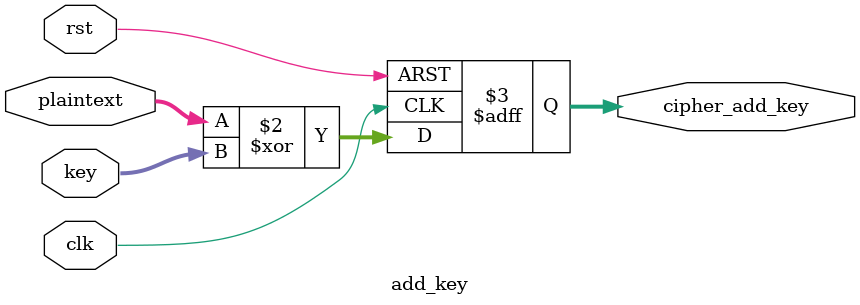
<source format=v>
module add_key (input clk,
                input rst,
                input [127:0] key,
                input [127:0] plaintext,
                output reg [127:0] cipher_add_key);
    always @(posedge clk or posedge rst) begin
        if (rst) begin
            cipher_add_key <= 0;
        end
        else begin
            cipher_add_key <= plaintext ^ key;
        end
    end
endmodule

</source>
